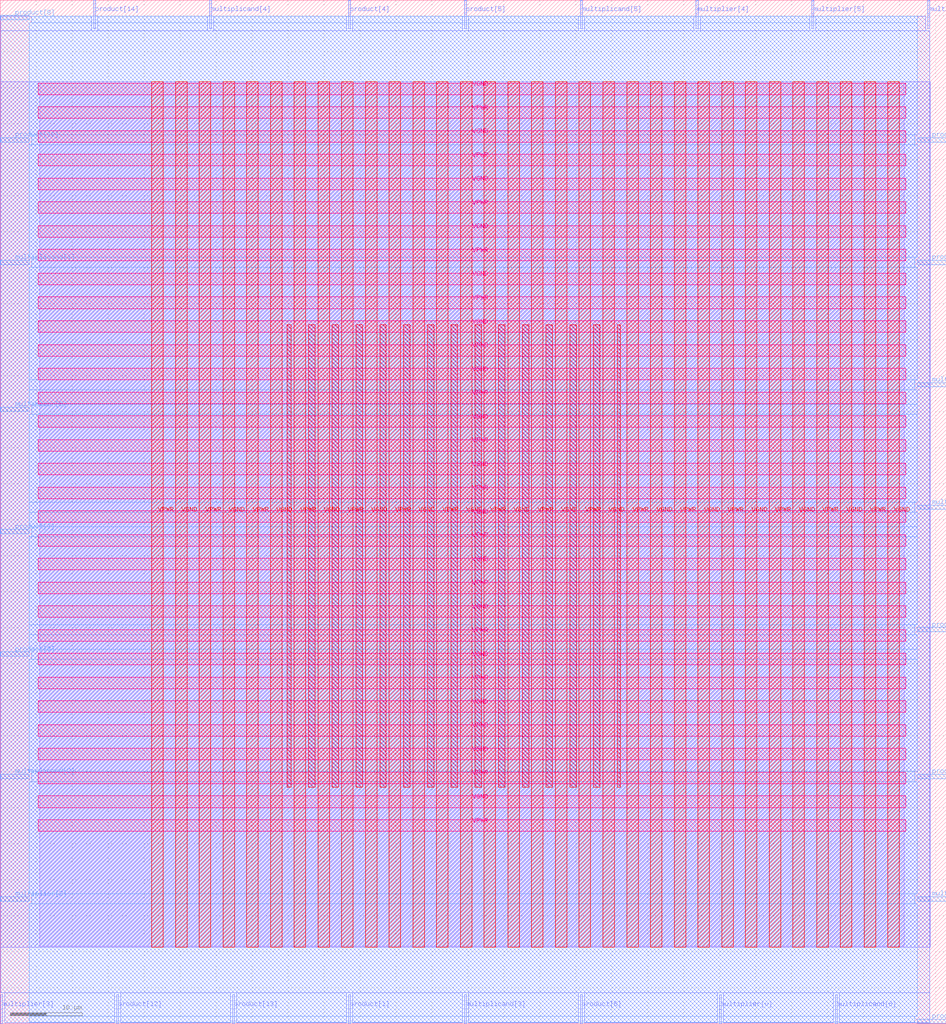
<source format=lef>
VERSION 5.7 ;
  NOWIREEXTENSIONATPIN ON ;
  DIVIDERCHAR "/" ;
  BUSBITCHARS "[]" ;
MACRO booth
  CLASS BLOCK ;
  FOREIGN booth ;
  ORIGIN 0.000 0.000 ;
  SIZE 131.445 BY 142.165 ;
  PIN VGND
    DIRECTION INOUT ;
    USE GROUND ;
    PORT
      LAYER met4 ;
        RECT 24.340 10.640 25.940 130.800 ;
    END
    PORT
      LAYER met4 ;
        RECT 30.940 10.640 32.540 130.800 ;
    END
    PORT
      LAYER met4 ;
        RECT 37.540 10.640 39.140 130.800 ;
    END
    PORT
      LAYER met4 ;
        RECT 44.140 10.640 45.740 130.800 ;
    END
    PORT
      LAYER met4 ;
        RECT 50.740 10.640 52.340 130.800 ;
    END
    PORT
      LAYER met4 ;
        RECT 57.340 10.640 58.940 130.800 ;
    END
    PORT
      LAYER met4 ;
        RECT 63.940 10.640 65.540 130.800 ;
    END
    PORT
      LAYER met4 ;
        RECT 70.540 10.640 72.140 130.800 ;
    END
    PORT
      LAYER met4 ;
        RECT 77.140 10.640 78.740 130.800 ;
    END
    PORT
      LAYER met4 ;
        RECT 83.740 10.640 85.340 130.800 ;
    END
    PORT
      LAYER met4 ;
        RECT 90.340 10.640 91.940 130.800 ;
    END
    PORT
      LAYER met4 ;
        RECT 96.940 10.640 98.540 130.800 ;
    END
    PORT
      LAYER met4 ;
        RECT 103.540 10.640 105.140 130.800 ;
    END
    PORT
      LAYER met4 ;
        RECT 110.140 10.640 111.740 130.800 ;
    END
    PORT
      LAYER met4 ;
        RECT 116.740 10.640 118.340 130.800 ;
    END
    PORT
      LAYER met4 ;
        RECT 123.340 10.640 124.940 130.800 ;
    END
    PORT
      LAYER met5 ;
        RECT 5.280 30.030 125.820 31.630 ;
    END
    PORT
      LAYER met5 ;
        RECT 5.280 36.630 125.820 38.230 ;
    END
    PORT
      LAYER met5 ;
        RECT 5.280 43.230 125.820 44.830 ;
    END
    PORT
      LAYER met5 ;
        RECT 5.280 49.830 125.820 51.430 ;
    END
    PORT
      LAYER met5 ;
        RECT 5.280 56.430 125.820 58.030 ;
    END
    PORT
      LAYER met5 ;
        RECT 5.280 63.030 125.820 64.630 ;
    END
    PORT
      LAYER met5 ;
        RECT 5.280 69.630 125.820 71.230 ;
    END
    PORT
      LAYER met5 ;
        RECT 5.280 76.230 125.820 77.830 ;
    END
    PORT
      LAYER met5 ;
        RECT 5.280 82.830 125.820 84.430 ;
    END
    PORT
      LAYER met5 ;
        RECT 5.280 89.430 125.820 91.030 ;
    END
    PORT
      LAYER met5 ;
        RECT 5.280 96.030 125.820 97.630 ;
    END
    PORT
      LAYER met5 ;
        RECT 5.280 102.630 125.820 104.230 ;
    END
    PORT
      LAYER met5 ;
        RECT 5.280 109.230 125.820 110.830 ;
    END
    PORT
      LAYER met5 ;
        RECT 5.280 115.830 125.820 117.430 ;
    END
    PORT
      LAYER met5 ;
        RECT 5.280 122.430 125.820 124.030 ;
    END
    PORT
      LAYER met5 ;
        RECT 5.280 129.030 125.820 130.630 ;
    END
  END VGND
  PIN VPWR
    DIRECTION INOUT ;
    USE POWER ;
    PORT
      LAYER met4 ;
        RECT 21.040 10.640 22.640 130.800 ;
    END
    PORT
      LAYER met4 ;
        RECT 27.640 10.640 29.240 130.800 ;
    END
    PORT
      LAYER met4 ;
        RECT 34.240 10.640 35.840 130.800 ;
    END
    PORT
      LAYER met4 ;
        RECT 40.840 10.640 42.440 130.800 ;
    END
    PORT
      LAYER met4 ;
        RECT 47.440 10.640 49.040 130.800 ;
    END
    PORT
      LAYER met4 ;
        RECT 54.040 10.640 55.640 130.800 ;
    END
    PORT
      LAYER met4 ;
        RECT 60.640 10.640 62.240 130.800 ;
    END
    PORT
      LAYER met4 ;
        RECT 67.240 10.640 68.840 130.800 ;
    END
    PORT
      LAYER met4 ;
        RECT 73.840 10.640 75.440 130.800 ;
    END
    PORT
      LAYER met4 ;
        RECT 80.440 10.640 82.040 130.800 ;
    END
    PORT
      LAYER met4 ;
        RECT 87.040 10.640 88.640 130.800 ;
    END
    PORT
      LAYER met4 ;
        RECT 93.640 10.640 95.240 130.800 ;
    END
    PORT
      LAYER met4 ;
        RECT 100.240 10.640 101.840 130.800 ;
    END
    PORT
      LAYER met4 ;
        RECT 106.840 10.640 108.440 130.800 ;
    END
    PORT
      LAYER met4 ;
        RECT 113.440 10.640 115.040 130.800 ;
    END
    PORT
      LAYER met4 ;
        RECT 120.040 10.640 121.640 130.800 ;
    END
    PORT
      LAYER met5 ;
        RECT 5.280 26.730 125.820 28.330 ;
    END
    PORT
      LAYER met5 ;
        RECT 5.280 33.330 125.820 34.930 ;
    END
    PORT
      LAYER met5 ;
        RECT 5.280 39.930 125.820 41.530 ;
    END
    PORT
      LAYER met5 ;
        RECT 5.280 46.530 125.820 48.130 ;
    END
    PORT
      LAYER met5 ;
        RECT 5.280 53.130 125.820 54.730 ;
    END
    PORT
      LAYER met5 ;
        RECT 5.280 59.730 125.820 61.330 ;
    END
    PORT
      LAYER met5 ;
        RECT 5.280 66.330 125.820 67.930 ;
    END
    PORT
      LAYER met5 ;
        RECT 5.280 72.930 125.820 74.530 ;
    END
    PORT
      LAYER met5 ;
        RECT 5.280 79.530 125.820 81.130 ;
    END
    PORT
      LAYER met5 ;
        RECT 5.280 86.130 125.820 87.730 ;
    END
    PORT
      LAYER met5 ;
        RECT 5.280 92.730 125.820 94.330 ;
    END
    PORT
      LAYER met5 ;
        RECT 5.280 99.330 125.820 100.930 ;
    END
    PORT
      LAYER met5 ;
        RECT 5.280 105.930 125.820 107.530 ;
    END
    PORT
      LAYER met5 ;
        RECT 5.280 112.530 125.820 114.130 ;
    END
    PORT
      LAYER met5 ;
        RECT 5.280 119.130 125.820 120.730 ;
    END
    PORT
      LAYER met5 ;
        RECT 5.280 125.730 125.820 127.330 ;
    END
  END VPWR
  PIN multiplicand[0]
    DIRECTION INPUT ;
    USE SIGNAL ;
    ANTENNAGATEAREA 0.213000 ;
    PORT
      LAYER met2 ;
        RECT 128.890 138.165 129.170 142.165 ;
    END
  END multiplicand[0]
  PIN multiplicand[1]
    DIRECTION INPUT ;
    USE SIGNAL ;
    ANTENNAGATEAREA 0.126000 ;
    PORT
      LAYER met3 ;
        RECT 0.000 105.440 4.000 106.040 ;
    END
  END multiplicand[1]
  PIN multiplicand[2]
    DIRECTION INPUT ;
    USE SIGNAL ;
    ANTENNAGATEAREA 0.990000 ;
    PORT
      LAYER met3 ;
        RECT 0.000 34.040 4.000 34.640 ;
    END
  END multiplicand[2]
  PIN multiplicand[3]
    DIRECTION INPUT ;
    USE SIGNAL ;
    ANTENNAGATEAREA 0.495000 ;
    PORT
      LAYER met2 ;
        RECT 64.490 0.000 64.770 4.000 ;
    END
  END multiplicand[3]
  PIN multiplicand[4]
    DIRECTION INPUT ;
    USE SIGNAL ;
    ANTENNAGATEAREA 0.126000 ;
    PORT
      LAYER met2 ;
        RECT 29.070 138.165 29.350 142.165 ;
    END
  END multiplicand[4]
  PIN multiplicand[5]
    DIRECTION INPUT ;
    USE SIGNAL ;
    ANTENNAGATEAREA 0.213000 ;
    PORT
      LAYER met2 ;
        RECT 80.590 138.165 80.870 142.165 ;
    END
  END multiplicand[5]
  PIN multiplicand[6]
    DIRECTION INPUT ;
    USE SIGNAL ;
    ANTENNAGATEAREA 0.247500 ;
    PORT
      LAYER met2 ;
        RECT 116.010 0.000 116.290 4.000 ;
    END
  END multiplicand[6]
  PIN multiplicand[7]
    DIRECTION INPUT ;
    USE SIGNAL ;
    ANTENNAGATEAREA 0.126000 ;
    PORT
      LAYER met3 ;
        RECT 127.445 71.440 131.445 72.040 ;
    END
  END multiplicand[7]
  PIN multiplier[0]
    DIRECTION INPUT ;
    USE SIGNAL ;
    ANTENNAGATEAREA 0.159000 ;
    PORT
      LAYER met2 ;
        RECT 99.910 0.000 100.190 4.000 ;
    END
  END multiplier[0]
  PIN multiplier[1]
    DIRECTION INPUT ;
    USE SIGNAL ;
    ANTENNAGATEAREA 0.213000 ;
    PORT
      LAYER met3 ;
        RECT 127.445 88.440 131.445 89.040 ;
    END
  END multiplier[1]
  PIN multiplier[2]
    DIRECTION INPUT ;
    USE SIGNAL ;
    ANTENNAGATEAREA 0.213000 ;
    PORT
      LAYER met3 ;
        RECT 0.000 17.040 4.000 17.640 ;
    END
  END multiplier[2]
  PIN multiplier[3]
    DIRECTION INPUT ;
    USE SIGNAL ;
    ANTENNAGATEAREA 0.159000 ;
    PORT
      LAYER met2 ;
        RECT 0.090 0.000 0.370 4.000 ;
    END
  END multiplier[3]
  PIN multiplier[4]
    DIRECTION INPUT ;
    USE SIGNAL ;
    ANTENNAGATEAREA 0.126000 ;
    PORT
      LAYER met2 ;
        RECT 96.690 138.165 96.970 142.165 ;
    END
  END multiplier[4]
  PIN multiplier[5]
    DIRECTION INPUT ;
    USE SIGNAL ;
    ANTENNAGATEAREA 0.213000 ;
    PORT
      LAYER met2 ;
        RECT 112.790 138.165 113.070 142.165 ;
    END
  END multiplier[5]
  PIN multiplier[6]
    DIRECTION INPUT ;
    USE SIGNAL ;
    ANTENNAGATEAREA 0.213000 ;
    PORT
      LAYER met3 ;
        RECT 0.000 85.040 4.000 85.640 ;
    END
  END multiplier[6]
  PIN multiplier[7]
    DIRECTION INPUT ;
    USE SIGNAL ;
    ANTENNAGATEAREA 0.196500 ;
    PORT
      LAYER met3 ;
        RECT 127.445 17.040 131.445 17.640 ;
    END
  END multiplier[7]
  PIN product[0]
    DIRECTION OUTPUT TRISTATE ;
    USE SIGNAL ;
    ANTENNADIFFAREA 0.795200 ;
    PORT
      LAYER met3 ;
        RECT 0.000 51.040 4.000 51.640 ;
    END
  END product[0]
  PIN product[10]
    DIRECTION OUTPUT TRISTATE ;
    USE SIGNAL ;
    ANTENNADIFFAREA 0.795200 ;
    PORT
      LAYER met3 ;
        RECT 0.000 122.440 4.000 123.040 ;
    END
  END product[10]
  PIN product[11]
    DIRECTION OUTPUT TRISTATE ;
    USE SIGNAL ;
    ANTENNADIFFAREA 0.795200 ;
    PORT
      LAYER met3 ;
        RECT 127.445 0.040 131.445 0.640 ;
    END
  END product[11]
  PIN product[12]
    DIRECTION OUTPUT TRISTATE ;
    USE SIGNAL ;
    ANTENNADIFFAREA 0.795200 ;
    PORT
      LAYER met2 ;
        RECT 16.190 0.000 16.470 4.000 ;
    END
  END product[12]
  PIN product[13]
    DIRECTION OUTPUT TRISTATE ;
    USE SIGNAL ;
    ANTENNADIFFAREA 1.336500 ;
    PORT
      LAYER met2 ;
        RECT 32.290 0.000 32.570 4.000 ;
    END
  END product[13]
  PIN product[14]
    DIRECTION OUTPUT TRISTATE ;
    USE SIGNAL ;
    ANTENNADIFFAREA 1.336500 ;
    PORT
      LAYER met2 ;
        RECT 12.970 138.165 13.250 142.165 ;
    END
  END product[14]
  PIN product[15]
    DIRECTION OUTPUT TRISTATE ;
    USE SIGNAL ;
    ANTENNADIFFAREA 1.336500 ;
    PORT
      LAYER met3 ;
        RECT 127.445 34.040 131.445 34.640 ;
    END
  END product[15]
  PIN product[1]
    DIRECTION OUTPUT TRISTATE ;
    USE SIGNAL ;
    ANTENNADIFFAREA 0.795200 ;
    PORT
      LAYER met2 ;
        RECT 48.390 0.000 48.670 4.000 ;
    END
  END product[1]
  PIN product[2]
    DIRECTION OUTPUT TRISTATE ;
    USE SIGNAL ;
    ANTENNADIFFAREA 0.795200 ;
    PORT
      LAYER met3 ;
        RECT 127.445 105.440 131.445 106.040 ;
    END
  END product[2]
  PIN product[3]
    DIRECTION OUTPUT TRISTATE ;
    USE SIGNAL ;
    ANTENNADIFFAREA 0.795200 ;
    PORT
      LAYER met3 ;
        RECT 127.445 122.440 131.445 123.040 ;
    END
  END product[3]
  PIN product[4]
    DIRECTION OUTPUT TRISTATE ;
    USE SIGNAL ;
    ANTENNADIFFAREA 0.795200 ;
    PORT
      LAYER met2 ;
        RECT 48.390 138.165 48.670 142.165 ;
    END
  END product[4]
  PIN product[5]
    DIRECTION OUTPUT TRISTATE ;
    USE SIGNAL ;
    ANTENNADIFFAREA 0.795200 ;
    PORT
      LAYER met2 ;
        RECT 64.490 138.165 64.770 142.165 ;
    END
  END product[5]
  PIN product[6]
    DIRECTION OUTPUT TRISTATE ;
    USE SIGNAL ;
    ANTENNADIFFAREA 0.795200 ;
    PORT
      LAYER met2 ;
        RECT 80.590 0.000 80.870 4.000 ;
    END
  END product[6]
  PIN product[7]
    DIRECTION OUTPUT TRISTATE ;
    USE SIGNAL ;
    ANTENNADIFFAREA 0.795200 ;
    PORT
      LAYER met3 ;
        RECT 0.000 68.040 4.000 68.640 ;
    END
  END product[7]
  PIN product[8]
    DIRECTION OUTPUT TRISTATE ;
    USE SIGNAL ;
    ANTENNADIFFAREA 0.795200 ;
    PORT
      LAYER met3 ;
        RECT 0.000 139.440 4.000 140.040 ;
    END
  END product[8]
  PIN product[9]
    DIRECTION OUTPUT TRISTATE ;
    USE SIGNAL ;
    ANTENNADIFFAREA 0.795200 ;
    PORT
      LAYER met3 ;
        RECT 127.445 54.440 131.445 55.040 ;
    END
  END product[9]
  OBS
      LAYER li1 ;
        RECT 5.520 10.795 125.580 130.645 ;
      LAYER met1 ;
        RECT 0.070 10.640 129.190 130.800 ;
      LAYER met2 ;
        RECT 0.100 137.885 12.690 139.925 ;
        RECT 13.530 137.885 28.790 139.925 ;
        RECT 29.630 137.885 48.110 139.925 ;
        RECT 48.950 137.885 64.210 139.925 ;
        RECT 65.050 137.885 80.310 139.925 ;
        RECT 81.150 137.885 96.410 139.925 ;
        RECT 97.250 137.885 112.510 139.925 ;
        RECT 113.350 137.885 128.610 139.925 ;
        RECT 0.100 4.280 129.160 137.885 ;
        RECT 0.650 0.155 15.910 4.280 ;
        RECT 16.750 0.155 32.010 4.280 ;
        RECT 32.850 0.155 48.110 4.280 ;
        RECT 48.950 0.155 64.210 4.280 ;
        RECT 65.050 0.155 80.310 4.280 ;
        RECT 81.150 0.155 99.630 4.280 ;
        RECT 100.470 0.155 115.730 4.280 ;
        RECT 116.570 0.155 129.160 4.280 ;
      LAYER met3 ;
        RECT 4.400 139.040 127.445 139.905 ;
        RECT 4.000 123.440 127.445 139.040 ;
        RECT 4.400 122.040 127.045 123.440 ;
        RECT 4.000 106.440 127.445 122.040 ;
        RECT 4.400 105.040 127.045 106.440 ;
        RECT 4.000 89.440 127.445 105.040 ;
        RECT 4.000 88.040 127.045 89.440 ;
        RECT 4.000 86.040 127.445 88.040 ;
        RECT 4.400 84.640 127.445 86.040 ;
        RECT 4.000 72.440 127.445 84.640 ;
        RECT 4.000 71.040 127.045 72.440 ;
        RECT 4.000 69.040 127.445 71.040 ;
        RECT 4.400 67.640 127.445 69.040 ;
        RECT 4.000 55.440 127.445 67.640 ;
        RECT 4.000 54.040 127.045 55.440 ;
        RECT 4.000 52.040 127.445 54.040 ;
        RECT 4.400 50.640 127.445 52.040 ;
        RECT 4.000 35.040 127.445 50.640 ;
        RECT 4.400 33.640 127.045 35.040 ;
        RECT 4.000 18.040 127.445 33.640 ;
        RECT 4.400 16.640 127.045 18.040 ;
        RECT 4.000 1.040 127.445 16.640 ;
        RECT 4.000 0.175 127.045 1.040 ;
      LAYER met4 ;
        RECT 39.855 32.815 40.440 97.065 ;
        RECT 42.840 32.815 43.740 97.065 ;
        RECT 46.140 32.815 47.040 97.065 ;
        RECT 49.440 32.815 50.340 97.065 ;
        RECT 52.740 32.815 53.640 97.065 ;
        RECT 56.040 32.815 56.940 97.065 ;
        RECT 59.340 32.815 60.240 97.065 ;
        RECT 62.640 32.815 63.540 97.065 ;
        RECT 65.940 32.815 66.840 97.065 ;
        RECT 69.240 32.815 70.140 97.065 ;
        RECT 72.540 32.815 73.440 97.065 ;
        RECT 75.840 32.815 76.740 97.065 ;
        RECT 79.140 32.815 80.040 97.065 ;
        RECT 82.440 32.815 83.340 97.065 ;
        RECT 85.740 32.815 86.185 97.065 ;
  END
END booth
END LIBRARY


</source>
